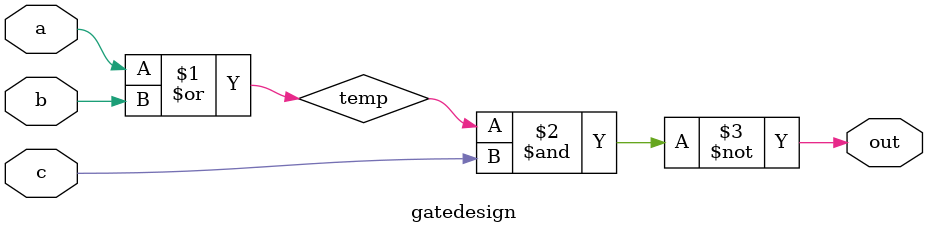
<source format=v>
/* 
 or , nand circuit
*/
module gatedesign
(
 a,
 b,
 c,
 out
 );

	input a;
	input b;
	input c;

	output out;

	wire temp;

   assign temp = a | b;
   assign out = ~(temp & c);
 
endmodule // 
</source>
